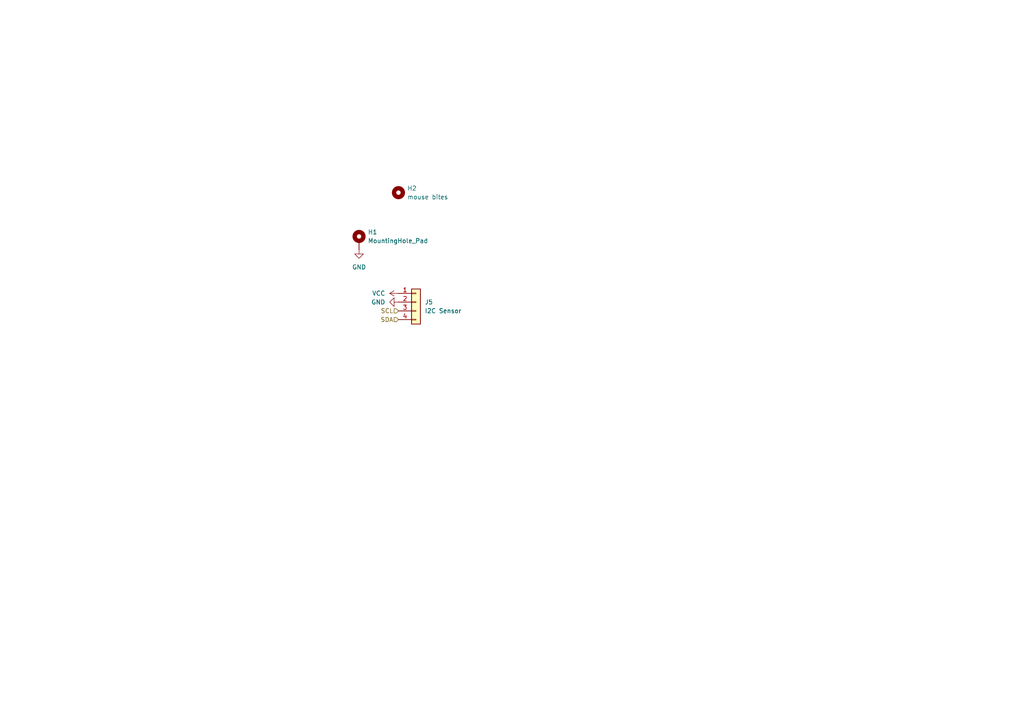
<source format=kicad_sch>
(kicad_sch (version 20231120) (generator "eeschema") (generator_version "8.0")
  (paper "A4")
  (lib_symbols
    (symbol "Connector_Generic:Conn_01x04" (pin_names (offset 1.016) hide)
      (property "Reference" "J" (at 0 5.08 0))
      (property "Value" "Conn_01x04" (at 0 -7.62 0))
      (symbol "Conn_01x04_1_1"
        (rectangle (start -1.27 -4.953) (end 0 -5.207) (stroke (width 0.1524)))
        (rectangle (start -1.27 -2.413) (end 0 -2.667) (stroke (width 0.1524)))
        (rectangle (start -1.27 0.127) (end 0 -0.127) (stroke (width 0.1524)))
        (rectangle (start -1.27 2.667) (end 0 2.413) (stroke (width 0.1524)))
        (rectangle (start -1.27 3.81) (end 1.27 -6.35) (stroke (width 0.254)) (fill (type background)))
        (pin passive line (at -5.08 2.54 0) (length 3.81) (name "Pin_1") (number "1"))
        (pin passive line (at -5.08 0 0) (length 3.81) (name "Pin_2") (number "2"))
        (pin passive line (at -5.08 -2.54 0) (length 3.81) (name "Pin_3") (number "3"))
        (pin passive line (at -5.08 -5.08 0) (length 3.81) (name "Pin_4") (number "4"))
      )
    )
    (symbol "Mechanical:MountingHole" (pin_names (offset 1.016)) (exclude_from_sim yes) (in_bom no)
      (property "Reference" "H" (at 0 5.08 0))
      (property "Value" "MountingHole" (at 0 3.175 0))
      (symbol "MountingHole_0_1"
        (circle (center 0 0) (radius 1.27) (stroke (width 1.27)))
      )
    )
    (symbol "Mechanical:MountingHole_Pad" (pin_numbers hide) (pin_names (offset 1.016) hide) (exclude_from_sim yes) (in_bom no)
      (property "Reference" "H" (at 0 6.35 0))
      (property "Value" "MountingHole_Pad" (at 0 4.445 0))
      (symbol "MountingHole_Pad_0_1"
        (circle (center 0 1.27) (radius 1.27) (stroke (width 1.27)))
      )
      (symbol "MountingHole_Pad_1_1"
        (pin input line (at 0 -2.54 90) (length 2.54) (name "1") (number "1"))
      )
    )
    (symbol "power:GND" (power) (pin_numbers hide) (pin_names (offset 0) hide)
      (property "Value" "GND" (at 0 -3.81 0))
      (symbol "GND_0_1"
        (polyline (pts (xy 0 0) (xy 0 -1.27) (xy 1.27 -1.27) (xy 0 -2.54) (xy -1.27 -1.27) (xy 0 -1.27)))
      )
      (symbol "GND_1_1"
        (pin power_in line (at 0 0 270) (length 0) (name "~") (number "1"))
      )
    )
    (symbol "power:VCC" (power) (pin_numbers hide) (pin_names (offset 0) hide)
      (property "Value" "VCC" (at 0 3.556 0))
      (symbol "VCC_0_1"
        (polyline (pts (xy -0.762 1.27) (xy 0 2.54)))
        (polyline (pts (xy 0 0) (xy 0 2.54)))
        (polyline (pts (xy 0 2.54) (xy 0.762 1.27)))
      )
      (symbol "VCC_1_1"
        (pin power_in line (at 0 0 90) (length 0) (name "~") (number "1"))
      )
    )
  )
  (hierarchical_label "SCL" (shape input) (at 115.57 90.17 180))
  (hierarchical_label "SDA" (shape input) (at 115.57 92.71 180))
  (symbol (lib_id "power:GND") (at 115.57 87.63 270) (unit 1)
    (property "Reference" "#PWR066" (effects (hide yes)))
    (property "Value" "GND" (at 111.76 87.6299 90) (effects (justify right)))
    (property "Description" "Power symbol creates a global label with name \"GND\" , ground" (effects (hide yes)))
  )
  (symbol (lib_id "power:GND") (at 104.14 72.39 0) (unit 1)
    (property "Reference" "#PWR064" (effects (hide yes)))
    (property "Value" "GND" (at 104.14 77.47 0))
    (property "Description" "Power symbol creates a global label with name \"GND\" , ground" (effects (hide yes)))
  )
  (symbol (lib_id "Connector_Generic:Conn_01x04") (at 120.65 87.63 0) (unit 1)
    (property "Reference" "J5" (at 123.19 87.6299 0) (effects (justify left)))
    (property "Value" "I2C Sensor" (at 123.19 90.1699 0) (effects (justify left)))
    (property "Footprint" "Connector_PinHeader_2.54mm:PinHeader_1x04_P2.54mm_Vertical" (effects (hide yes)))
    (property "Description" "Generic connector, single row, 01x04, script generated (kicad-library-utils/schlib/autogen/connector/)" (effects (hide yes)))
  )
  (symbol (lib_id "Mechanical:MountingHole") (at 115.57 55.88 0) (unit 1) (exclude_from_sim yes) (in_bom no)
    (property "Reference" "H2" (at 118.11 54.6099 0) (effects (justify left)))
    (property "Value" "mouse bites" (at 118.11 57.1499 0) (effects (justify left)))
    (property "Footprint" "panelization:mouse-bite-3mm-slot" (effects (hide yes)))
    (property "Description" "Mounting Hole without connection" (effects (hide yes)))
  )
  (symbol (lib_id "Mechanical:MountingHole_Pad") (at 104.14 69.85 0) (unit 1) (exclude_from_sim yes) (in_bom no)
    (property "Reference" "H1" (at 106.68 67.3099 0) (effects (justify left)))
    (property "Value" "MountingHole_Pad" (at 106.68 69.8499 0) (effects (justify left)))
    (property "Footprint" "MountingHole:MountingHole_3.2mm_M3_Pad" (effects (hide yes)))
    (property "Description" "Mounting Hole with connection" (effects (hide yes)))
  )
  (symbol (lib_id "power:VCC") (at 115.57 85.09 90) (unit 1)
    (property "Reference" "#PWR065" (effects (hide yes)))
    (property "Value" "VCC" (at 111.76 85.0899 90) (effects (justify left)))
    (property "Description" "Power symbol creates a global label with name \"VCC\"" (effects (hide yes)))
  )
)
</source>
